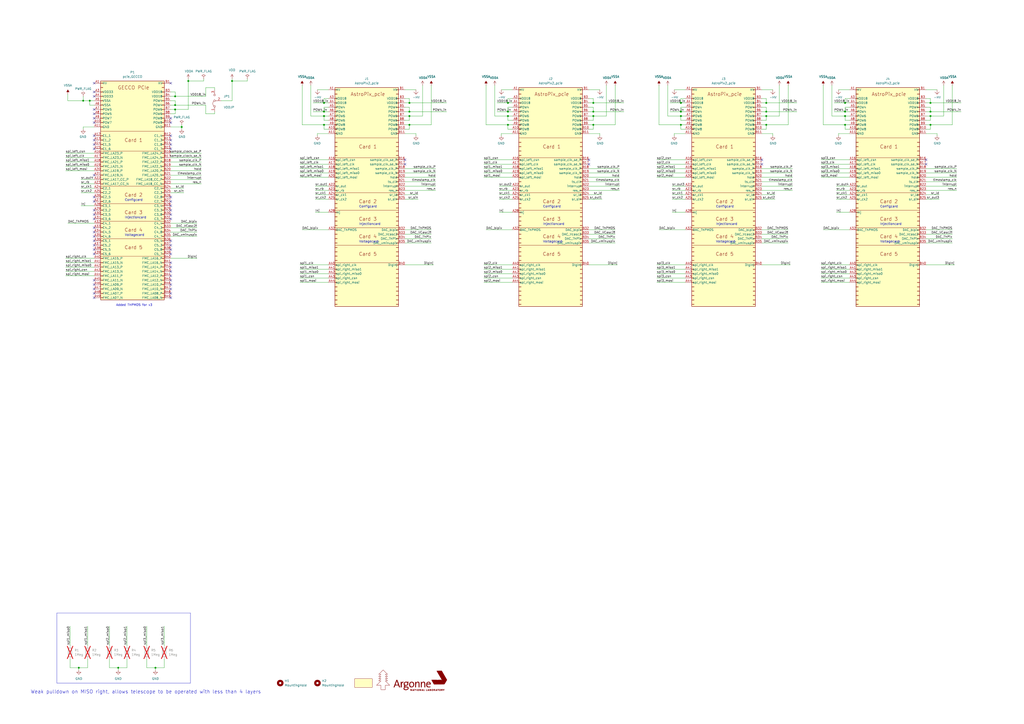
<source format=kicad_sch>
(kicad_sch (version 20230121) (generator eeschema)
  (paper "A2")
  (title_block (title "AstroPix Telescope") (date "2022-10-12") (rev "1.0") (company "Nicolas Striebig, KIT ADL"))
  (junction (at 444.5 67.31))
  (junction (at 45.72 387.35))
  (junction (at 539.75 64.77))
  (junction (at 490.22 59.69))
  (junction (at 134.62 46.99))
  (junction (at 101.6 55.88))
  (junction (at 48.26 58.42))
  (junction (at 237.49 67.31))
  (junction (at 394.97 72.39))
  (junction (at 394.97 59.69))
  (junction (at 294.64 72.39))
  (junction (at 444.5 59.69))
  (junction (at 68.58 387.35))
  (junction (at 490.22 64.77))
  (junction (at 344.17 59.69))
  (junction (at 101.6 60.96))
  (junction (at 187.96 67.31))
  (junction (at 294.64 59.69))
  (junction (at 90.17 387.35))
  (junction (at 444.5 64.77))
  (junction (at 187.96 64.77))
  (junction (at 344.17 67.31))
  (junction (at 344.17 64.77))
  (junction (at 539.75 67.31))
  (junction (at 237.49 72.39))
  (junction (at 294.64 67.31))
  (junction (at 237.49 59.69))
  (junction (at 187.96 72.39))
  (junction (at 394.97 64.77))
  (junction (at 539.75 72.39))
  (junction (at 294.64 64.77))
  (junction (at 490.22 67.31))
  (junction (at 394.97 67.31))
  (junction (at 344.17 72.39))
  (junction (at 187.96 59.69))
  (junction (at 444.5 72.39))
  (junction (at 105.41 73.66))
  (junction (at 52.07 58.42))
  (junction (at 237.49 64.77))
  (junction (at 490.22 72.39))
  (junction (at 101.6 63.5))
  (junction (at 539.75 59.69))
  (junction (at 109.22 46.99))
  (no_connect (at 54.61 83.82))
  (no_connect (at 54.61 170.18))
  (no_connect (at 537.21 95.25))
  (no_connect (at 99.06 157.48))
  (no_connect (at 441.96 92.71))
  (no_connect (at 99.06 160.02))
  (no_connect (at 99.06 154.94))
  (no_connect (at 99.06 114.3))
  (no_connect (at 99.06 165.1))
  (no_connect (at 99.06 152.4))
  (no_connect (at 99.06 71.12))
  (no_connect (at 99.06 119.38))
  (no_connect (at 99.06 116.84))
  (no_connect (at 99.06 81.28))
  (no_connect (at 99.06 170.18))
  (no_connect (at 54.61 121.92))
  (no_connect (at 54.61 139.7))
  (no_connect (at 54.61 134.62))
  (no_connect (at 99.06 86.36))
  (no_connect (at 54.61 101.6))
  (no_connect (at 54.61 78.74))
  (no_connect (at 99.06 121.92))
  (no_connect (at 99.06 68.58))
  (no_connect (at 99.06 162.56))
  (no_connect (at 54.61 114.3))
  (no_connect (at 54.61 162.56))
  (no_connect (at 54.61 116.84))
  (no_connect (at 54.61 53.34))
  (no_connect (at 99.06 172.72))
  (no_connect (at 54.61 172.72))
  (no_connect (at 99.06 78.74))
  (no_connect (at 54.61 167.64))
  (no_connect (at 234.95 95.25))
  (no_connect (at 234.95 92.71))
  (no_connect (at 54.61 63.5))
  (no_connect (at 99.06 127))
  (no_connect (at 54.61 86.36))
  (no_connect (at 54.61 48.26))
  (no_connect (at 54.61 71.12))
  (no_connect (at 341.63 92.71))
  (no_connect (at 441.96 95.25))
  (no_connect (at 99.06 124.46))
  (no_connect (at 54.61 132.08))
  (no_connect (at 54.61 66.04))
  (no_connect (at 99.06 83.82))
  (no_connect (at 54.61 127))
  (no_connect (at 54.61 137.16))
  (no_connect (at 54.61 147.32))
  (no_connect (at 537.21 92.71))
  (no_connect (at 54.61 142.24))
  (no_connect (at 341.63 95.25))
  (no_connect (at 54.61 68.58))
  (no_connect (at 99.06 142.24))
  (no_connect (at 54.61 55.88))
  (no_connect (at 99.06 48.26))
  (no_connect (at 54.61 144.78))
  (no_connect (at 99.06 139.7))
  (no_connect (at 99.06 144.78))
  (no_connect (at 54.61 81.28))
  (no_connect (at 54.61 165.1))
  (no_connect (at 54.61 124.46))
  (no_connect (at 99.06 147.32))
  (no_connect (at 99.06 167.64))
  (wire (pts (xy 539.75 72.39) (xy 537.21 72.39)))
  (wire (pts (xy 187.96 69.85) (xy 187.96 67.31)))
  (wire (pts (xy 116.84 99.06) (xy 99.06 99.06)))
  (wire (pts (xy 539.75 67.31) (xy 547.37 67.31)))
  (wire (pts (xy 99.06 106.68) (xy 116.84 106.68)))
  (wire (pts (xy 297.18 107.95) (xy 289.56 107.95)))
  (wire (pts (xy 99.06 58.42) (xy 101.6 58.42)))
  (wire (pts (xy 54.61 106.68) (xy 46.99 106.68)))
  (wire (pts (xy 234.95 59.69) (xy 237.49 59.69)))
  (wire (pts (xy 486.41 52.07) (xy 492.76 52.07)))
  (wire (pts (xy 234.95 57.15) (xy 237.49 57.15)))
  (wire (pts (xy 459.74 102.87) (xy 441.96 102.87)))
  (wire (pts (xy 486.41 77.47) (xy 492.76 77.47)))
  (wire (pts (xy 381 161.29) (xy 397.51 161.29)))
  (wire (pts (xy 394.97 64.77) (xy 388.62 64.77)))
  (wire (pts (xy 492.76 110.49) (xy 485.14 110.49)))
  (wire (pts (xy 539.75 62.23) (xy 539.75 64.77)))
  (wire (pts (xy 356.87 49.53) (xy 356.87 72.39)))
  (wire (pts (xy 476.25 97.79) (xy 492.76 97.79)))
  (wire (pts (xy 539.75 59.69) (xy 557.53 59.69)))
  (wire (pts (xy 477.52 49.53) (xy 477.52 72.39)))
  (wire (pts (xy 184.15 78.74) (xy 184.15 77.47)))
  (wire (pts (xy 52.07 60.96) (xy 52.07 58.42)))
  (wire (pts (xy 190.5 113.03) (xy 182.88 113.03)))
  (wire (pts (xy 441.96 115.57) (xy 449.58 115.57)))
  (wire (pts (xy 50.8 387.35) (xy 50.8 382.27)))
  (wire (pts (xy 38.1 152.4) (xy 54.61 152.4)))
  (wire (pts (xy 441.96 77.47) (xy 448.31 77.47)))
  (wire (pts (xy 490.22 74.93) (xy 492.76 74.93)))
  (wire (pts (xy 250.19 133.35) (xy 234.95 133.35)))
  (wire (pts (xy 250.19 140.97) (xy 234.95 140.97)))
  (wire (pts (xy 537.21 115.57) (xy 544.83 115.57)))
  (wire (pts (xy 356.87 138.43) (xy 341.63 138.43)))
  (wire (pts (xy 39.37 58.42) (xy 39.37 54.61)))
  (wire (pts (xy 48.26 55.88) (xy 48.26 58.42)))
  (wire (pts (xy 297.18 62.23) (xy 294.64 62.23)))
  (wire (pts (xy 397.51 107.95) (xy 389.89 107.95)))
  (wire (pts (xy 444.5 59.69) (xy 462.28 59.69)))
  (wire (pts (xy 99.06 73.66) (xy 105.41 73.66)))
  (wire (pts (xy 444.5 72.39) (xy 441.96 72.39)))
  (wire (pts (xy 444.5 74.93) (xy 441.96 74.93)))
  (wire (pts (xy 492.76 67.31) (xy 490.22 67.31)))
  (wire (pts (xy 490.22 72.39) (xy 490.22 74.93)))
  (wire (pts (xy 441.96 110.49) (xy 459.74 110.49)))
  (wire (pts (xy 359.41 105.41) (xy 341.63 105.41)))
  (wire (pts (xy 537.21 62.23) (xy 539.75 62.23)))
  (wire (pts (xy 114.3 129.54) (xy 99.06 129.54)))
  (wire (pts (xy 99.06 149.86) (xy 114.3 149.86)))
  (wire (pts (xy 537.21 77.47) (xy 543.56 77.47)))
  (wire (pts (xy 118.11 46.99) (xy 118.11 45.72)))
  (wire (pts (xy 50.8 363.22) (xy 50.8 374.65)))
  (wire (pts (xy 448.31 78.74) (xy 448.31 77.47)))
  (wire (pts (xy 234.95 97.79) (xy 252.73 97.79)))
  (wire (pts (xy 109.22 46.99) (xy 109.22 63.5)))
  (wire (pts (xy 552.45 72.39) (xy 539.75 72.39)))
  (wire (pts (xy 38.1 93.98) (xy 54.61 93.98)))
  (wire (pts (xy 54.61 119.38) (xy 46.99 119.38)))
  (wire (pts (xy 537.21 57.15) (xy 539.75 57.15)))
  (wire (pts (xy 281.94 72.39) (xy 294.64 72.39)))
  (wire (pts (xy 356.87 72.39) (xy 344.17 72.39)))
  (wire (pts (xy 476.25 102.87) (xy 492.76 102.87)))
  (wire (pts (xy 40.64 387.35) (xy 45.72 387.35)))
  (polyline (pts (xy 33.02 355.6) (xy 110.49 355.6)))
  (wire (pts (xy 552.45 49.53) (xy 552.45 72.39)))
  (wire (pts (xy 341.63 113.03) (xy 349.25 113.03)))
  (wire (pts (xy 537.21 67.31) (xy 539.75 67.31)))
  (wire (pts (xy 382.27 133.35) (xy 397.51 133.35)))
  (wire (pts (xy 381 92.71) (xy 397.51 92.71)))
  (wire (pts (xy 99.06 55.88) (xy 101.6 55.88)))
  (wire (pts (xy 128.27 58.42) (xy 134.62 58.42)))
  (wire (pts (xy 441.96 113.03) (xy 449.58 113.03)))
  (wire (pts (xy 294.64 64.77) (xy 288.29 64.77)))
  (wire (pts (xy 54.61 60.96) (xy 52.07 60.96)))
  (wire (pts (xy 486.41 78.74) (xy 486.41 77.47)))
  (wire (pts (xy 68.58 387.35) (xy 68.58 388.62)))
  (wire (pts (xy 381 156.21) (xy 397.51 156.21)))
  (wire (pts (xy 175.26 133.35) (xy 190.5 133.35)))
  (wire (pts (xy 234.95 69.85) (xy 237.49 69.85)))
  (wire (pts (xy 397.51 59.69) (xy 394.97 59.69)))
  (wire (pts (xy 294.64 57.15) (xy 294.64 59.69)))
  (wire (pts (xy 190.5 62.23) (xy 187.96 62.23)))
  (wire (pts (xy 54.61 104.14) (xy 46.99 104.14)))
  (wire (pts (xy 552.45 135.89) (xy 537.21 135.89)))
  (wire (pts (xy 290.83 78.74) (xy 290.83 77.47)))
  (wire (pts (xy 537.21 113.03) (xy 544.83 113.03)))
  (wire (pts (xy 187.96 64.77) (xy 181.61 64.77)))
  (wire (pts (xy 294.64 69.85) (xy 294.64 67.31)))
  (wire (pts (xy 280.67 95.25) (xy 297.18 95.25)))
  (wire (pts (xy 252.73 100.33) (xy 234.95 100.33)))
  (wire (pts (xy 294.64 72.39) (xy 297.18 72.39)))
  (wire (pts (xy 190.5 57.15) (xy 187.96 57.15)))
  (wire (pts (xy 297.18 113.03) (xy 289.56 113.03)))
  (wire (pts (xy 54.61 111.76) (xy 46.99 111.76)))
  (wire (pts (xy 537.21 110.49) (xy 554.99 110.49)))
  (wire (pts (xy 68.58 387.35) (xy 73.66 387.35)))
  (wire (pts (xy 40.64 387.35) (xy 40.64 382.27)))
  (wire (pts (xy 237.49 72.39) (xy 237.49 74.93)))
  (wire (pts (xy 63.5 387.35) (xy 63.5 382.27)))
  (wire (pts (xy 99.06 109.22) (xy 106.68 109.22)))
  (wire (pts (xy 476.25 161.29) (xy 492.76 161.29)))
  (wire (pts (xy 492.76 57.15) (xy 490.22 57.15)))
  (wire (pts (xy 297.18 67.31) (xy 294.64 67.31)))
  (wire (pts (xy 173.99 100.33) (xy 190.5 100.33)))
  (wire (pts (xy 190.5 123.19) (xy 182.88 123.19)))
  (wire (pts (xy 173.99 102.87) (xy 190.5 102.87)))
  (wire (pts (xy 101.6 55.88) (xy 119.38 55.88)))
  (wire (pts (xy 490.22 69.85) (xy 490.22 67.31)))
  (wire (pts (xy 54.61 58.42) (xy 52.07 58.42)))
  (wire (pts (xy 539.75 64.77) (xy 537.21 64.77)))
  (wire (pts (xy 381 158.75) (xy 397.51 158.75)))
  (wire (pts (xy 280.67 156.21) (xy 297.18 156.21)))
  (wire (pts (xy 280.67 158.75) (xy 297.18 158.75)))
  (wire (pts (xy 543.56 78.74) (xy 543.56 77.47)))
  (wire (pts (xy 38.1 157.48) (xy 54.61 157.48)))
  (wire (pts (xy 391.16 77.47) (xy 397.51 77.47)))
  (wire (pts (xy 476.25 158.75) (xy 492.76 158.75)))
  (wire (pts (xy 397.51 110.49) (xy 389.89 110.49)))
  (wire (pts (xy 45.72 387.35) (xy 50.8 387.35)))
  (wire (pts (xy 537.21 97.79) (xy 554.99 97.79)))
  (wire (pts (xy 234.95 62.23) (xy 237.49 62.23)))
  (wire (pts (xy 116.84 101.6) (xy 99.06 101.6)))
  (wire (pts (xy 234.95 110.49) (xy 252.73 110.49)))
  (wire (pts (xy 537.21 69.85) (xy 539.75 69.85)))
  (wire (pts (xy 394.97 59.69) (xy 388.62 59.69)))
  (wire (pts (xy 187.96 59.69) (xy 181.61 59.69)))
  (wire (pts (xy 387.35 49.53) (xy 387.35 67.31)))
  (wire (pts (xy 490.22 72.39) (xy 492.76 72.39)))
  (wire (pts (xy 54.61 109.22) (xy 46.99 109.22)))
  (wire (pts (xy 441.96 62.23) (xy 444.5 62.23)))
  (wire (pts (xy 287.02 49.53) (xy 287.02 67.31)))
  (wire (pts (xy 297.18 115.57) (xy 289.56 115.57)))
  (wire (pts (xy 394.97 72.39) (xy 397.51 72.39)))
  (wire (pts (xy 341.63 52.07) (xy 347.98 52.07)))
  (wire (pts (xy 382.27 49.53) (xy 382.27 72.39)))
  (wire (pts (xy 359.41 100.33) (xy 341.63 100.33)))
  (wire (pts (xy 40.64 363.22) (xy 40.64 374.65)))
  (wire (pts (xy 250.19 138.43) (xy 234.95 138.43)))
  (wire (pts (xy 344.17 67.31) (xy 351.79 67.31)))
  (wire (pts (xy 459.74 100.33) (xy 441.96 100.33)))
  (wire (pts (xy 38.1 96.52) (xy 54.61 96.52)))
  (wire (pts (xy 356.87 140.97) (xy 341.63 140.97)))
  (wire (pts (xy 237.49 64.77) (xy 259.08 64.77)))
  (wire (pts (xy 187.96 72.39) (xy 187.96 74.93)))
  (wire (pts (xy 124.46 52.07) (xy 124.46 50.8)))
  (wire (pts (xy 105.41 74.93) (xy 105.41 73.66)))
  (wire (pts (xy 187.96 64.77) (xy 190.5 64.77)))
  (wire (pts (xy 344.17 74.93) (xy 341.63 74.93)))
  (wire (pts (xy 341.63 115.57) (xy 349.25 115.57)))
  (wire (pts (xy 394.97 69.85) (xy 394.97 67.31)))
  (wire (pts (xy 297.18 69.85) (xy 294.64 69.85)))
  (wire (pts (xy 184.15 52.07) (xy 190.5 52.07)))
  (wire (pts (xy 280.67 100.33) (xy 297.18 100.33)))
  (wire (pts (xy 280.67 153.67) (xy 297.18 153.67)))
  (wire (pts (xy 344.17 64.77) (xy 361.95 64.77)))
  (wire (pts (xy 356.87 133.35) (xy 341.63 133.35)))
  (wire (pts (xy 114.3 134.62) (xy 99.06 134.62)))
  (wire (pts (xy 39.37 129.54) (xy 54.61 129.54)))
  (wire (pts (xy 547.37 49.53) (xy 547.37 67.31)))
  (wire (pts (xy 250.19 135.89) (xy 234.95 135.89)))
  (wire (pts (xy 554.99 102.87) (xy 537.21 102.87)))
  (wire (pts (xy 341.63 69.85) (xy 344.17 69.85)))
  (wire (pts (xy 237.49 74.93) (xy 234.95 74.93)))
  (wire (pts (xy 341.63 97.79) (xy 359.41 97.79)))
  (wire (pts (xy 444.5 62.23) (xy 444.5 64.77)))
  (wire (pts (xy 114.3 137.16) (xy 99.06 137.16)))
  (wire (pts (xy 85.09 387.35) (xy 90.17 387.35)))
  (wire (pts (xy 441.96 57.15) (xy 444.5 57.15)))
  (wire (pts (xy 234.95 115.57) (xy 242.57 115.57)))
  (wire (pts (xy 252.73 105.41) (xy 234.95 105.41)))
  (wire (pts (xy 237.49 59.69) (xy 259.08 59.69)))
  (wire (pts (xy 143.51 46.99) (xy 143.51 45.72)))
  (wire (pts (xy 241.3 78.74) (xy 241.3 77.47)))
  (wire (pts (xy 344.17 62.23) (xy 344.17 64.77)))
  (wire (pts (xy 85.09 387.35) (xy 85.09 382.27)))
  (wire (pts (xy 476.25 100.33) (xy 492.76 100.33)))
  (wire (pts (xy 124.46 66.04) (xy 119.38 66.04)))
  (wire (pts (xy 237.49 62.23) (xy 237.49 64.77)))
  (wire (pts (xy 294.64 59.69) (xy 288.29 59.69)))
  (wire (pts (xy 99.06 91.44) (xy 116.84 91.44)))
  (wire (pts (xy 490.22 62.23) (xy 490.22 64.77)))
  (wire (pts (xy 394.97 57.15) (xy 394.97 59.69)))
  (wire (pts (xy 48.26 73.66) (xy 54.61 73.66)))
  (wire (pts (xy 101.6 63.5) (xy 109.22 63.5)))
  (wire (pts (xy 492.76 59.69) (xy 490.22 59.69)))
  (wire (pts (xy 537.21 59.69) (xy 539.75 59.69)))
  (wire (pts (xy 237.49 72.39) (xy 234.95 72.39)))
  (wire (pts (xy 252.73 102.87) (xy 234.95 102.87)))
  (wire (pts (xy 381 100.33) (xy 397.51 100.33)))
  (wire (pts (xy 477.52 72.39) (xy 490.22 72.39)))
  (wire (pts (xy 38.1 88.9) (xy 54.61 88.9)))
  (wire (pts (xy 554.99 100.33) (xy 537.21 100.33)))
  (wire (pts (xy 245.11 49.53) (xy 245.11 67.31)))
  (wire (pts (xy 234.95 67.31) (xy 237.49 67.31)))
  (wire (pts (xy 251.46 153.67) (xy 234.95 153.67)))
  (wire (pts (xy 457.2 140.97) (xy 441.96 140.97)))
  (wire (pts (xy 175.26 49.53) (xy 175.26 72.39)))
  (wire (pts (xy 119.38 50.8) (xy 119.38 55.88)))
  (wire (pts (xy 344.17 59.69) (xy 361.95 59.69)))
  (wire (pts (xy 38.1 91.44) (xy 54.61 91.44)))
  (wire (pts (xy 341.63 59.69) (xy 344.17 59.69)))
  (wire (pts (xy 73.66 363.22) (xy 73.66 374.65)))
  (wire (pts (xy 344.17 72.39) (xy 341.63 72.39)))
  (wire (pts (xy 344.17 69.85) (xy 344.17 67.31)))
  (wire (pts (xy 356.87 135.89) (xy 341.63 135.89)))
  (wire (pts (xy 187.96 74.93) (xy 190.5 74.93)))
  (wire (pts (xy 444.5 67.31) (xy 452.12 67.31)))
  (wire (pts (xy 344.17 57.15) (xy 344.17 59.69)))
  (wire (pts (xy 90.17 387.35) (xy 95.25 387.35)))
  (wire (pts (xy 539.75 64.77) (xy 557.53 64.77)))
  (wire (pts (xy 234.95 52.07) (xy 241.3 52.07)))
  (wire (pts (xy 554.99 105.41) (xy 537.21 105.41)))
  (wire (pts (xy 109.22 46.99) (xy 118.11 46.99)))
  (polyline (pts (xy 33.02 396.24) (xy 110.49 396.24)))
  (wire (pts (xy 95.25 387.35) (xy 95.25 382.27)))
  (wire (pts (xy 490.22 59.69) (xy 483.87 59.69)))
  (wire (pts (xy 184.15 77.47) (xy 190.5 77.47)))
  (wire (pts (xy 444.5 69.85) (xy 444.5 67.31)))
  (wire (pts (xy 458.47 153.67) (xy 441.96 153.67)))
  (wire (pts (xy 99.06 66.04) (xy 101.6 66.04)))
  (wire (pts (xy 397.51 67.31) (xy 394.97 67.31)))
  (wire (pts (xy 173.99 161.29) (xy 190.5 161.29)))
  (wire (pts (xy 476.25 163.83) (xy 492.76 163.83)))
  (wire (pts (xy 492.76 113.03) (xy 485.14 113.03)))
  (wire (pts (xy 553.72 153.67) (xy 537.21 153.67)))
  (wire (pts (xy 490.22 64.77) (xy 492.76 64.77)))
  (wire (pts (xy 173.99 153.67) (xy 190.5 153.67)))
  (wire (pts (xy 114.3 132.08) (xy 99.06 132.08)))
  (wire (pts (xy 391.16 52.07) (xy 397.51 52.07)))
  (wire (pts (xy 48.26 58.42) (xy 39.37 58.42)))
  (wire (pts (xy 99.06 88.9) (xy 116.84 88.9)))
  (wire (pts (xy 63.5 363.22) (xy 63.5 374.65)))
  (wire (pts (xy 187.96 57.15) (xy 187.96 59.69)))
  (wire (pts (xy 237.49 57.15) (xy 237.49 59.69)))
  (wire (pts (xy 552.45 140.97) (xy 537.21 140.97)))
  (wire (pts (xy 45.72 387.35) (xy 45.72 388.62)))
  (wire (pts (xy 294.64 62.23) (xy 294.64 64.77)))
  (wire (pts (xy 341.63 110.49) (xy 359.41 110.49)))
  (wire (pts (xy 394.97 64.77) (xy 397.51 64.77)))
  (wire (pts (xy 476.25 156.21) (xy 492.76 156.21)))
  (wire (pts (xy 394.97 74.93) (xy 397.51 74.93)))
  (wire (pts (xy 441.96 107.95) (xy 459.74 107.95)))
  (wire (pts (xy 381 102.87) (xy 397.51 102.87)))
  (wire (pts (xy 444.5 57.15) (xy 444.5 59.69)))
  (wire (pts (xy 173.99 163.83) (xy 190.5 163.83)))
  (wire (pts (xy 280.67 102.87) (xy 297.18 102.87)))
  (wire (pts (xy 280.67 92.71) (xy 297.18 92.71)))
  (wire (pts (xy 482.6 49.53) (xy 482.6 67.31)))
  (wire (pts (xy 441.96 52.07) (xy 448.31 52.07)))
  (wire (pts (xy 101.6 53.34) (xy 101.6 55.88)))
  (wire (pts (xy 394.97 62.23) (xy 394.97 64.77)))
  (wire (pts (xy 359.41 102.87) (xy 341.63 102.87)))
  (wire (pts (xy 95.25 363.22) (xy 95.25 374.65)))
  (wire (pts (xy 134.62 45.72) (xy 134.62 46.99)))
  (wire (pts (xy 297.18 110.49) (xy 289.56 110.49)))
  (wire (pts (xy 490.22 64.77) (xy 483.87 64.77)))
  (wire (pts (xy 344.17 64.77) (xy 341.63 64.77)))
  (wire (pts (xy 124.46 50.8) (xy 119.38 50.8)))
  (wire (pts (xy 441.96 97.79) (xy 459.74 97.79)))
  (wire (pts (xy 99.06 53.34) (xy 101.6 53.34)))
  (polyline (pts (xy 110.49 396.24) (xy 110.49 355.6)))
  (wire (pts (xy 280.67 97.79) (xy 297.18 97.79)))
  (wire (pts (xy 187.96 67.31) (xy 180.34 67.31)))
  (wire (pts (xy 381 153.67) (xy 397.51 153.67)))
  (wire (pts (xy 294.64 67.31) (xy 287.02 67.31)))
  (wire (pts (xy 457.2 72.39) (xy 444.5 72.39)))
  (wire (pts (xy 101.6 60.96) (xy 99.06 60.96)))
  (wire (pts (xy 537.21 52.07) (xy 543.56 52.07)))
  (wire (pts (xy 539.75 74.93) (xy 537.21 74.93)))
  (wire (pts (xy 457.2 135.89) (xy 441.96 135.89)))
  (wire (pts (xy 38.1 99.06) (xy 54.61 99.06)))
  (wire (pts (xy 190.5 110.49) (xy 182.88 110.49)))
  (wire (pts (xy 63.5 387.35) (xy 68.58 387.35)))
  (wire (pts (xy 391.16 78.74) (xy 391.16 77.47)))
  (wire (pts (xy 457.2 138.43) (xy 441.96 138.43)))
  (wire (pts (xy 297.18 123.19) (xy 289.56 123.19)))
  (wire (pts (xy 539.75 57.15) (xy 539.75 59.69)))
  (wire (pts (xy 173.99 92.71) (xy 190.5 92.71)))
  (wire (pts (xy 452.12 49.53) (xy 452.12 67.31)))
  (wire (pts (xy 441.96 67.31) (xy 444.5 67.31)))
  (wire (pts (xy 397.51 113.03) (xy 389.89 113.03)))
  (wire (pts (xy 237.49 67.31) (xy 245.11 67.31)))
  (wire (pts (xy 134.62 58.42) (xy 134.62 46.99)))
  (wire (pts (xy 294.64 64.77) (xy 297.18 64.77)))
  (wire (pts (xy 234.95 113.03) (xy 242.57 113.03)))
  (wire (pts (xy 187.96 62.23) (xy 187.96 64.77)))
  (wire (pts (xy 190.5 115.57) (xy 182.88 115.57)))
  (wire (pts (xy 105.41 72.39) (xy 105.41 73.66)))
  (wire (pts (xy 90.17 387.35) (xy 90.17 388.62)))
  (wire (pts (xy 173.99 156.21) (xy 190.5 156.21)))
  (wire (pts (xy 175.26 72.39) (xy 187.96 72.39)))
  (wire (pts (xy 444.5 72.39) (xy 444.5 74.93)))
  (wire (pts (xy 492.76 123.19) (xy 485.14 123.19)))
  (wire (pts (xy 294.64 72.39) (xy 294.64 74.93)))
  (wire (pts (xy 101.6 60.96) (xy 119.38 60.96)))
  (wire (pts (xy 38.1 154.94) (xy 54.61 154.94)))
  (wire (pts (xy 441.96 59.69) (xy 444.5 59.69)))
  (wire (pts (xy 237.49 64.77) (xy 234.95 64.77)))
  (wire (pts (xy 444.5 64.77) (xy 462.28 64.77)))
  (wire (pts (xy 173.99 97.79) (xy 190.5 97.79)))
  (wire (pts (xy 134.62 46.99) (xy 143.51 46.99)))
  (wire (pts (xy 457.2 49.53) (xy 457.2 72.39)))
  (wire (pts (xy 476.25 95.25) (xy 492.76 95.25)))
  (wire (pts (xy 344.17 72.39) (xy 344.17 74.93)))
  (wire (pts (xy 347.98 78.74) (xy 347.98 77.47)))
  (wire (pts (xy 492.76 62.23) (xy 490.22 62.23)))
  (wire (pts (xy 539.75 69.85) (xy 539.75 67.31)))
  (polyline (pts (xy 33.02 355.6) (xy 33.02 396.24)))
  (wire (pts (xy 381 97.79) (xy 397.51 97.79)))
  (wire (pts (xy 173.99 158.75) (xy 190.5 158.75)))
  (wire (pts (xy 280.67 161.29) (xy 297.18 161.29)))
  (wire (pts (xy 73.66 387.35) (xy 73.66 382.27)))
  (wire (pts (xy 351.79 49.53) (xy 351.79 67.31)))
  (wire (pts (xy 394.97 67.31) (xy 387.35 67.31)))
  (wire (pts (xy 280.67 163.83) (xy 297.18 163.83)))
  (wire (pts (xy 281.94 133.35) (xy 297.18 133.35)))
  (wire (pts (xy 99.06 63.5) (xy 101.6 63.5)))
  (wire (pts (xy 539.75 72.39) (xy 539.75 74.93)))
  (wire (pts (xy 190.5 69.85) (xy 187.96 69.85)))
  (wire (pts (xy 492.76 107.95) (xy 485.14 107.95)))
  (wire (pts (xy 397.51 69.85) (xy 394.97 69.85)))
  (wire (pts (xy 476.25 153.67) (xy 492.76 153.67)))
  (wire (pts (xy 444.5 64.77) (xy 441.96 64.77)))
  (wire (pts (xy 237.49 69.85) (xy 237.49 67.31)))
  (wire (pts (xy 294.64 74.93) (xy 297.18 74.93)))
  (wire (pts (xy 99.06 111.76) (xy 106.68 111.76)))
  (wire (pts (xy 180.34 49.53) (xy 180.34 67.31)))
  (wire (pts (xy 382.27 72.39) (xy 394.97 72.39)))
  (wire (pts (xy 477.52 133.35) (xy 492.76 133.35)))
  (wire (pts (xy 397.51 57.15) (xy 394.97 57.15)))
  (wire (pts (xy 281.94 49.53) (xy 281.94 72.39)))
  (wire (pts (xy 187.96 72.39) (xy 190.5 72.39)))
  (wire (pts (xy 250.19 49.53) (xy 250.19 72.39)))
  (wire (pts (xy 397.51 115.57) (xy 389.89 115.57)))
  (wire (pts (xy 552.45 138.43) (xy 537.21 138.43)))
  (wire (pts (xy 99.06 93.98) (xy 116.84 93.98)))
  (wire (pts (xy 48.26 74.93) (xy 48.26 73.66)))
  (wire (pts (xy 490.22 67.31) (xy 482.6 67.31)))
  (wire (pts (xy 397.51 62.23) (xy 394.97 62.23)))
  (wire (pts (xy 38.1 149.86) (xy 54.61 149.86)))
  (wire (pts (xy 116.84 96.52) (xy 99.06 96.52)))
  (wire (pts (xy 109.22 45.72) (xy 109.22 46.99)))
  (wire (pts (xy 441.96 69.85) (xy 444.5 69.85)))
  (wire (pts (xy 490.22 57.15) (xy 490.22 59.69)))
  (wire (pts (xy 394.97 72.39) (xy 394.97 74.93)))
  (wire (pts (xy 397.51 123.19) (xy 389.89 123.19)))
  (wire (pts (xy 52.07 58.42) (xy 48.26 58.42)))
  (wire (pts (xy 341.63 107.95) (xy 359.41 107.95)))
  (wire (pts (xy 341.63 67.31) (xy 344.17 67.31)))
  (wire (pts (xy 290.83 77.47) (xy 297.18 77.47)))
  (wire (pts (xy 459.74 105.41) (xy 441.96 105.41)))
  (wire (pts (xy 537.21 107.95) (xy 554.99 107.95)))
  (wire (pts (xy 492.76 115.57) (xy 485.14 115.57)))
  (wire (pts (xy 381 163.83) (xy 397.51 163.83)))
  (wire (pts (xy 381 95.25) (xy 397.51 95.25)))
  (wire (pts (xy 341.63 77.47) (xy 347.98 77.47)))
  (wire (pts (xy 190.5 59.69) (xy 187.96 59.69)))
  (wire (pts (xy 234.95 107.95) (xy 252.73 107.95)))
  (wire (pts (xy 297.18 59.69) (xy 294.64 59.69)))
  (wire (pts (xy 290.83 52.07) (xy 297.18 52.07)))
  (wire (pts (xy 476.25 92.71) (xy 492.76 92.71)))
  (wire (pts (xy 552.45 133.35) (xy 537.21 133.35)))
  (wire (pts (xy 99.06 104.14) (xy 116.84 104.14)))
  (wire (pts (xy 457.2 133.35) (xy 441.96 133.35)))
  (wire (pts (xy 341.63 62.23) (xy 344.17 62.23)))
  (wire (pts (xy 358.14 153.67) (xy 341.63 153.67)))
  (wire (pts (xy 250.19 72.39) (xy 237.49 72.39)))
  (wire (pts (xy 297.18 57.15) (xy 294.64 57.15)))
  (wire (pts (xy 234.95 77.47) (xy 241.3 77.47)))
  (wire (pts (xy 190.5 107.95) (xy 182.88 107.95)))
  (wire (pts (xy 119.38 60.96) (xy 119.38 66.04)))
  (wire (pts (xy 124.46 64.77) (xy 124.46 66.04)))
  (wire (pts (xy 101.6 66.04) (xy 101.6 63.5)))
  (wire (pts (xy 85.09 363.22) (xy 85.09 374.65)))
  (wire (pts (xy 492.76 69.85) (xy 490.22 69.85)))
  (wire (pts (xy 38.1 160.02) (xy 54.61 160.02)))
  (wire (pts (xy 101.6 58.42) (xy 101.6 60.96)))
  (wire (pts (xy 190.5 67.31) (xy 187.96 67.31)))
  (wire (pts (xy 341.63 57.15) (xy 344.17 57.15)))
  (wire (pts (xy 173.99 95.25) (xy 190.5 95.25)))
  (text "Weak pulldown on MISO right, allows telescope to be operated with less than 4 layers" (at 17.78 402.59 0) (effects (font (size 2 2)) (justify left bottom)))
  (text "Configcard" (at 72.39 116.84 0) (effects (font (size 1.27 1.27)) (justify left bottom)))
  (text "Configcard" (at 510.54 120.65 0) (effects (font (size 1.27 1.27)) (justify left bottom)))
  (text "Voltagecard" (at 72.39 137.16 0) (effects (font (size 1.27 1.27)) (justify left bottom)))
  (text "Injectioncard" (at 415.29 130.81 0) (effects (font (size 1.27 1.27)) (justify left bottom)))
  (text "Added THPMOS for v3\n" (at 67.31 177.8 0) (effects (font (size 1.27 1.27)) (justify left bottom)))
  (text "Injectioncard" (at 72.39 127 0) (effects (font (size 1.27 1.27)) (justify left bottom)))
  (text "Voltagecard" (at 510.54 140.97 0) (effects (font (size 1.27 1.27)) (justify left bottom)))
  (text "Voltagecard" (at 208.28 140.97 0) (effects (font (size 1.27 1.27)) (justify left bottom)))
  (text "Injectioncard" (at 314.96 130.81 0) (effects (font (size 1.27 1.27)) (justify left bottom)))
  (text "Configcard" (at 314.96 120.65 0) (effects (font (size 1.27 1.27)) (justify left bottom)))
  (text "Configcard" (at 208.28 120.65 0) (effects (font (size 1.27 1.27)) (justify left bottom)))
  (text "Voltagecard" (at 314.96 140.97 0) (effects (font (size 1.27 1.27)) (justify left bottom)))
  (text "Voltagecard" (at 415.29 140.97 0) (effects (font (size 1.27 1.27)) (justify left bottom)))
  (text "Injectioncard" (at 510.54 130.81 0) (effects (font (size 1.27 1.27)) (justify left bottom)))
  (text "Injectioncard" (at 208.28 130.81 0) (effects (font (size 1.27 1.27)) (justify left bottom)))
  (text "Configcard" (at 415.29 120.65 0) (effects (font (size 1.27 1.27)) (justify left bottom)))
  (label "sr_rb" (at 389.89 110.49 0))
  (label "POW4_in" (at 259.08 64.77 180))
  (label "sample_clk_N" (at 554.99 100.33 180))
  (label "spi_right_clk" (at 476.25 153.67 0))
  (label "sr_ck1" (at 485.14 113.03 0))
  (label "sr_ck1" (at 289.56 113.03 0))
  (label "POW4_in" (at 119.38 60.96 180))
  (label "hold" (at 459.74 102.87 180))
  (label "res_n" (at 459.74 110.49 180))
  (label "VDD18_in" (at 119.38 55.88 180))
  (label "VDD18_in" (at 557.53 59.69 180))
  (label "sr_ck1" (at 182.88 113.03 0))
  (label "DAC_blpix" (at 114.3 129.54 180))
  (label "hold" (at 359.41 102.87 180))
  (label "sample_clk_N" (at 359.41 100.33 180))
  (label "spi3_miso1" (at 381 156.21 0))
  (label "spi2_mosi" (at 381 102.87 0))
  (label "spi1_miso0" (at 173.99 158.75 0))
  (label "spi1_mosi" (at 280.67 102.87 0))
  (label "spi2_miso0" (at 280.67 158.75 0))
  (label "DAC_vminuspix" (at 552.45 140.97 180))
  (label "sr_ld" (at 544.83 113.03 180))
  (label "sr_ck2" (at 289.56 115.57 0))
  (label "spi1_miso1" (at 50.8 363.22 270))
  (label "POW4_in" (at 288.29 64.77 0))
  (label "spi2_miso1" (at 280.67 156.21 0))
  (label "VDD18_in" (at 259.08 59.69 180))
  (label "VDD18_in" (at 181.61 59.69 0))
  (label "spi1_clk" (at 280.67 95.25 0))
  (label "sr_out4" (at 46.99 104.14 0))
  (label "DAC_ThPMOS" (at 457.2 133.35 180))
  (label "DAC_ThPMOS" (at 39.37 129.54 0))
  (label "spi_left_clk" (at 173.99 95.25 0))
  (label "POW4_in" (at 483.87 64.77 0))
  (label "sr_out4" (at 485.14 107.95 0))
  (label "interrupt" (at 554.99 107.95 180))
  (label "sr_out2" (at 289.56 107.95 0))
  (label "VDD18_in" (at 361.95 59.69 180))
  (label "POW4_in" (at 361.95 64.77 180))
  (label "sr_out2" (at 449.58 115.57 180))
  (label "DAC_VCasc2!" (at 552.45 135.89 180))
  (label "spi1_miso1" (at 173.99 156.21 0))
  (label "sr_ld" (at 106.68 109.22 180))
  (label "spi2_mosi" (at 280.67 163.83 0))
  (label "spi3_clk" (at 381 153.67 0))
  (label "spi_right_miso0" (at 476.25 158.75 0))
  (label "spi1_csn" (at 173.99 161.29 0))
  (label "DAC_VCasc2!" (at 457.2 135.89 180))
  (label "hold" (at 554.99 102.87 180))
  (label "DigInj" (at 358.14 153.67 180))
  (label "spi3_miso0" (at 85.09 363.22 270))
  (label "timestamp_clk" (at 359.41 105.41 180))
  (label "sample_clk_N" (at 116.84 96.52 180))
  (label "DAC_ThPMOS" (at 250.19 133.35 180))
  (label "sr_rb" (at 485.14 110.49 0))
  (label "DAC_ThPix" (at 356.87 138.43 180))
  (label "POW4_in" (at 181.61 64.77 0))
  (label "spi1_miso1" (at 280.67 97.79 0))
  (label "timestamp_clk" (at 252.73 105.41 180))
  (label "sr_rb" (at 46.99 106.68 0))
  (label "sample_clk_P" (at 252.73 97.79 180))
  (label "spi_left_csn" (at 173.99 92.71 0))
  (label "interrupt" (at 252.73 107.95 180))
  (label "DAC_vminuspix" (at 250.19 140.97 180))
  (label "DAC_ThPix" (at 457.2 138.43 180))
  (label "spi_left_mosi" (at 173.99 102.87 0))
  (label "spi1_clk" (at 173.99 153.67 0))
  (label "spi_right_mosi" (at 38.1 160.02 0))
  (label "DAC_ThPix" (at 114.3 134.62 180))
  (label "spi3_csn" (at 381 161.29 0))
  (label "spi2_miso1" (at 381 97.79 0))
  (label "spi_left_miso0" (at 38.1 96.52 0))
  (label "VDD18_in" (at 288.29 59.69 0))
  (label "spi2_miso0" (at 381 100.33 0))
  (label "spi3_miso0" (at 381 158.75 0))
  (label "interrupt" (at 459.74 107.95 180))
  (label "res_n" (at 554.99 110.49 180))
  (label "timestamp_clk" (at 554.99 105.41 180))
  (label "sr_ck2" (at 46.99 111.76 0))
  (label "DigInj" (at 458.47 153.67 180))
  (label "spi_right_miso1" (at 476.25 156.21 0))
  (label "sr_out1" (at 182.88 107.95 0))
  (label "sr_ck1" (at 389.89 113.03 0))
  (label "sample_clock_se_P" (at 116.84 88.9 180))
  (label "spi_right_clk" (at 38.1 149.86 0))
  (label "sr_ld" (at 449.58 113.03 180))
  (label "Inj" (at 46.99 119.38 0))
  (label "sr_ld" (at 242.57 113.03 180))
  (label "sample_clk_P" (at 116.84 93.98 180))
  (label "spi1_csn" (at 280.67 92.71 0))
  (label "res_n" (at 252.73 110.49 180))
  (label "VDD18_in" (at 483.87 59.69 0))
  (label "sr_rb" (at 289.56 110.49 0))
  (label "spi2_clk" (at 381 95.25 0))
  (label "spi3_miso0" (at 476.25 100.33 0))
  (label "spi1_mosi" (at 173.99 163.83 0))
  (label "spi2_clk" (at 280.67 153.67 0))
  (label "hold" (at 252.73 102.87 180))
  (label "sr_ck2" (at 389.89 115.57 0))
  (label "sr_ck2" (at 485.14 115.57 0))
  (label "DigInj" (at 114.3 149.86 180))
  (label "DAC_vminuspix" (at 356.87 140.97 180))
  (label "spi_right_csn" (at 476.25 161.29 0))
  (label "DAC_VCasc2!" (at 250.19 135.89 180))
  (label "sr_out3" (at 544.83 115.57 180))
  (label "Inj" (at 182.88 123.19 0))
  (label "spi_left_mosi" (at 38.1 99.06 0))
  (label "sr_out3" (at 389.89 107.95 0))
  (label "sr_ck1" (at 46.99 109.22 0))
  (label "spi3_clk" (at 476.25 95.25 0))
  (label "DigInj" (at 251.46 153.67 180))
  (label "sr_rb" (at 182.88 110.49 0))
  (label "DigInj" (at 553.72 153.67 180))
  (label "Inj" (at 485.14 123.19 0))
  (label "DAC_ThPMOS" (at 552.45 133.35 180))
  (label "timestamp_clk" (at 459.74 105.41 180))
  (label "timestamp_clk" (at 116.84 101.6 180))
  (label "hold" (at 116.84 99.06 180))
  (label "sample_clk_P" (at 459.74 97.79 180))
  (label "spi1_miso0" (at 40.64 363.22 270))
  (label "DAC_vminuspix" (at 457.2 140.97 180))
  (label "spi_left_csn" (at 38.1 88.9 0))
  (label "DAC_blpix" (at 382.27 133.35 0))
  (label "sample_clock_se_N" (at 116.84 91.44 180))
  (label "DAC_VCasc2!" (at 356.87 135.89 180))
  (label "spi2_csn" (at 381 92.71 0))
  (label "Inj" (at 389.89 123.19 0))
  (label "spi2_csn" (at 280.67 161.29 0))
  (label "sample_clk_P" (at 554.99 97.79 180))
  (label "DAC_blpix" (at 477.52 133.35 0))
  (label "DAC_ThPMOS" (at 356.87 133.35 180))
  (label "res_n" (at 116.84 106.68 180))
  (label "spi_right_mosi" (at 476.25 163.83 0))
  (label "spi_left_miso1" (at 38.1 93.98 0))
  (label "sr_ld" (at 349.25 113.03 180))
  (label "POW4_in" (at 557.53 64.77 180))
  (label "sr_sin" (at 106.68 111.76 180))
  (label "spi2_miso1" (at 73.66 363.22 270))
  (label "spi_right_csn" (at 38.1 157.48 0))
  (label "sr_out1" (at 349.25 115.57 180))
  (label "DAC_ThPix" (at 250.19 138.43 180))
  (label "DAC_blpix" (at 281.94 133.35 0))
  (label "sample_clk_P" (at 359.41 97.79 180))
  (label "interrupt" (at 116.84 104.14 180))
  (label "spi2_miso0" (at 63.5 363.22 270))
  (label "sr_ck2" (at 182.88 115.57 0))
  (label "DAC_vminuspix" (at 114.3 137.16 180))
  (label "sample_clk_N" (at 459.74 100.33 180))
  (label "spi_left_clk" (at 38.1 91.44 0))
  (label "DAC_ThPix" (at 552.45 138.43 180))
  (label "POW4_in" (at 388.62 64.77 0))
  (label "spi3_miso1" (at 476.25 97.79 0))
  (label "VDD18_in" (at 388.62 59.69 0))
  (label "sample_clk_N" (at 252.73 100.33 180))
  (label "sr_sin" (at 242.57 115.57 180))
  (label "Inj" (at 289.56 123.19 0))
  (label "interrupt" (at 359.41 107.95 180))
  (label "spi3_mosi" (at 381 163.83 0))
  (label "spi1_miso0" (at 280.67 100.33 0))
  (label "VDD18_in" (at 462.28 59.69 180))
  (label "spi3_mosi" (at 476.25 102.87 0))
  (label "spi_left_miso1" (at 173.99 97.79 0))
  (label "spi_right_miso1" (at 38.1 152.4 0))
  (label "res_n" (at 359.41 110.49 180))
  (label "spi3_miso1" (at 95.25 363.22 270))
  (label "DAC_blpix" (at 175.26 133.35 0))
  (label "spi3_csn" (at 476.25 92.71 0))
  (label "POW4_in" (at 462.28 64.77 180))
  (label "spi_right_miso0" (at 38.1 154.94 0))
  (label "spi_left_miso0" (at 173.99 100.33 0))
  (label "DAC_VCasc2!" (at 114.3 132.08 180))
  (symbol (lib_id "power:VDDA") (at 351.79 49.53 0) (unit 1)
    (property "Reference" "#PWR0125" (effects hide))
    (property "Value" "VDDA" (at 352.171 45.1358 0))
  )
  (symbol (lib_id "power:GND") (at 184.15 78.74 0) (mirror y) (unit 1)
    (property "Reference" "#PWR0107" (effects hide))
    (property "Value" "GND" (at 184.023 83.1342 0))
  )
  (symbol (lib_id "power:PWR_FLAG") (at 48.26 55.88 0) (unit 1)
    (property "Reference" "#U01" (effects hide))
    (property "Value" "PWR_FLAG" (at 48.26 51.4858 0))
  )
  (symbol (lib_id "AstropixTriggerLib:ANL_LOGO") (at 243.84 394.97 0) (unit 1) (in_bom no)
    (property "Reference" "Logo3" (effects hide))
    (property "Value" "ANL_LOGO" (effects hide))
    (property "Footprint" "astropix:ANL_Logo" (effects hide))
    (property "Sim.Enable" "0" (effects hide))
  )
  (symbol (lib_id "power:PWR_FLAG") (at 118.11 45.72 0) (unit 1)
    (property "Reference" "#U0103" (effects hide))
    (property "Value" "PWR_FLAG" (at 118.11 41.3258 0))
  )
  (symbol (lib_id "power:GND") (at 241.3 78.74 0) (unit 1)
    (property "Reference" "#PWR0108" (effects hide))
    (property "Value" "GND" (at 241.427 83.1342 0))
  )
  (symbol (lib_id "astropix:AstroPix2_pcie") (at 515.62 120.65 0) (unit 1)
    (property "Reference" "J4" (at 514.985 45.72 0))
    (property "Value" "AstroPix2_pcie" (at 514.985 48.26 0))
    (property "Footprint" "astropix:SAMTEC_PCIE-098-02-X-D-TH" (effects hide))
  )
  (symbol (lib_id "power:VDDA") (at 180.34 49.53 0) (mirror y) (unit 1)
    (property "Reference" "#PWR0127" (effects hide))
    (property "Value" "VDDA" (at 179.959 45.1358 0))
  )
  (symbol (lib_id "Device:R") (at 95.25 378.46 0) (unit 1) (dnp yes)
    (property "Reference" "R6" (at 97.79 377.1899 0) (effects (justify left)))
    (property "Value" "1Meg" (at 97.79 379.7299 0) (effects (justify left)))
    (property "Footprint" "Resistor_SMD:R_0603_1608Metric" (effects hide))
  )
  (symbol (lib_id "astropix:AstroPix2_pcie") (at 320.04 120.65 0) (unit 1)
    (property "Reference" "J2" (at 319.405 45.72 0))
    (property "Value" "AstroPix2_pcie" (at 319.405 48.26 0))
    (property "Footprint" "astropix:SAMTEC_PCIE-098-02-X-D-TH" (effects hide))
  )
  (symbol (lib_id "Device:R") (at 63.5 378.46 0) (unit 1) (dnp yes)
    (property "Reference" "R3" (at 66.04 377.1899 0) (effects (justify left)))
    (property "Value" "1Meg" (at 66.04 379.7299 0) (effects (justify left)))
    (property "Footprint" "Resistor_SMD:R_0603_1608Metric" (effects hide))
  )
  (symbol (lib_id "astropix:-HV") (at 241.3 52.07 0) (unit 1)
    (property "Reference" "#PWR0109" (effects hide))
    (property "Value" "-HV" (at 241.427 56.4642 0))
  )
  (symbol (lib_id "power:VDDA") (at 245.11 49.53 0) (unit 1)
    (property "Reference" "#PWR0110" (effects hide))
    (property "Value" "VDDA" (at 245.491 45.1358 0))
  )
  (symbol (lib_id "power:GND") (at 90.17 388.62 0) (unit 1)
    (property "Reference" "#PWR0131" (effects hide))
    (property "Value" "GND" (at 90.17 393.7 0))
  )
  (symbol (lib_id "astropix:-HV") (at 184.15 52.07 0) (unit 1)
    (property "Reference" "#PWR0106" (effects hide))
    (property "Value" "-HV" (at 184.277 56.4642 0))
  )
  (symbol (lib_id "power:VDDA") (at 387.35 49.53 0) (mirror y) (unit 1)
    (property "Reference" "#PWR0128" (effects hide))
    (property "Value" "VDDA" (at 386.969 45.1358 0))
  )
  (symbol (lib_id "Device:R") (at 50.8 378.46 0) (unit 1) (dnp yes)
    (property "Reference" "R2" (at 53.34 377.1899 0) (effects (justify left)))
    (property "Value" "1Meg" (at 53.34 379.7299 0) (effects (justify left)))
    (property "Footprint" "Resistor_SMD:R_0603_1608Metric" (effects hide))
  )
  (symbol (lib_id "Device:R") (at 40.64 378.46 0) (unit 1) (dnp yes)
    (property "Reference" "R1" (at 43.18 377.1899 0) (effects (justify left)))
    (property "Value" "1Meg" (at 43.18 379.7299 0) (effects (justify left)))
    (property "Footprint" "Resistor_SMD:R_0603_1608Metric" (effects hide))
  )
  (symbol (lib_id "Jumper:Jumper_3_Bridged12") (at 124.46 58.42 90) (unit 1)
    (property "Reference" "JP1" (at 133.35 55.88 90) (effects (justify left)))
    (property "Value" "VDDJP" (at 135.89 62.23 90) (effects (justify left)))
    (property "Footprint" "Connector_PinHeader_2.54mm:PinHeader_1x03_P2.54mm_Vertical" (effects hide))
  )
  (symbol (lib_id "astropix:AstroPix2_pcie") (at 213.36 120.65 0) (unit 1)
    (property "Reference" "J1" (at 212.725 45.72 0))
    (property "Value" "AstroPix2_pcie" (at 212.725 48.26 0))
    (property "Footprint" "astropix:SAMTEC_PCIE-098-02-X-D-TH" (effects hide))
  )
  (symbol (lib_id "power:VSSA") (at 250.19 49.53 0) (mirror y) (unit 1)
    (property "Reference" "#PWR0134" (effects hide))
    (property "Value" "VSSA" (at 250.19 44.45 0))
  )
  (symbol (lib_id "power:VSSA") (at 477.52 49.53 0) (unit 1)
    (property "Reference" "#PWR0141" (effects hide))
    (property "Value" "VSSA" (at 477.52 44.45 0))
  )
  (symbol (lib_id "power:PWR_FLAG") (at 143.51 45.72 0) (unit 1)
    (property "Reference" "#U0104" (effects hide))
    (property "Value" "PWR_FLAG" (at 143.51 41.3258 0))
  )
  (symbol (lib_id "Device:R") (at 73.66 378.46 0) (unit 1) (dnp yes)
    (property "Reference" "R4" (at 76.2 377.1899 0) (effects (justify left)))
    (property "Value" "1Meg" (at 76.2 379.7299 0) (effects (justify left)))
    (property "Footprint" "Resistor_SMD:R_0603_1608Metric" (effects hide))
  )
  (symbol (lib_id "astropix:pcie_GECCO") (at 77.47 105.41 0) (unit 1)
    (property "Reference" "P1" (at 76.835 41.91 0))
    (property "Value" "pcie_GECCO" (at 76.835 44.45 0))
    (property "Footprint" "astropix:BUS_PCIexpress_x16_mod" (effects hide))
  )
  (symbol (lib_id "power:VDDA") (at 482.6 49.53 0) (mirror y) (unit 1)
    (property "Reference" "#PWR0129" (effects hide))
    (property "Value" "VDDA" (at 482.219 45.1358 0))
  )
  (symbol (lib_id "power:VSSA") (at 356.87 49.53 0) (mirror y) (unit 1)
    (property "Reference" "#PWR0138" (effects hide))
    (property "Value" "VSSA" (at 356.87 44.45 0))
  )
  (symbol (lib_id "power:GND") (at 543.56 78.74 0) (unit 1)
    (property "Reference" "#PWR0118" (effects hide))
    (property "Value" "GND" (at 543.687 83.1342 0))
  )
  (symbol (lib_id "power:GND") (at 105.41 74.93 0) (unit 1)
    (property "Reference" "#PWR0103" (effects hide))
    (property "Value" "GND" (at 105.537 79.3242 0))
  )
  (symbol (lib_id "power:GND") (at 448.31 78.74 0) (unit 1)
    (property "Reference" "#PWR0115" (effects hide))
    (property "Value" "GND" (at 448.437 83.1342 0))
  )
  (symbol (lib_id "astropix:-HV") (at 448.31 52.07 0) (unit 1)
    (property "Reference" "#PWR0113" (effects hide))
    (property "Value" "-HV" (at 448.437 56.4642 0))
  )
  (symbol (lib_id "power:GND") (at 290.83 78.74 0) (mirror y) (unit 1)
    (property "Reference" "#PWR0111" (effects hide))
    (property "Value" "GND" (at 290.703 83.1342 0))
  )
  (symbol (lib_id "power:VDDA") (at 547.37 49.53 0) (unit 1)
    (property "Reference" "#PWR0116" (effects hide))
    (property "Value" "VDDA" (at 547.751 45.1358 0))
  )
  (symbol (lib_id "astropix:-HV") (at 347.98 52.07 0) (unit 1)
    (property "Reference" "#PWR0124" (effects hide))
    (property "Value" "-HV" (at 348.107 56.4642 0))
  )
  (symbol (lib_id "astropix:-HV") (at 486.41 52.07 0) (unit 1)
    (property "Reference" "#PWR0120" (effects hide))
    (property "Value" "-HV" (at 486.537 56.4642 0))
  )
  (symbol (lib_id "power:VSSA") (at 39.37 54.61 0) (unit 1)
    (property "Reference" "#PWR01" (effects hide))
    (property "Value" "VSSA" (at 39.37 49.53 0))
  )
  (symbol (lib_id "Mechanical:MountingHole") (at 184.15 396.24 0) (unit 1)
    (property "Reference" "H2" (at 186.69 394.9699 0) (effects (justify left)))
    (property "Value" "MountingHole" (at 186.69 397.5099 0) (effects (justify left)))
    (property "Footprint" "MountingHole:MountingHole_3.2mm_M3_DIN965_Pad" (effects hide))
  )
  (symbol (lib_id "power:GND") (at 347.98 78.74 0) (unit 1)
    (property "Reference" "#PWR0123" (effects hide))
    (property "Value" "GND" (at 348.107 83.1342 0))
  )
  (symbol (lib_id "power:VSSA") (at 552.45 49.53 0) (mirror y) (unit 1)
    (property "Reference" "#PWR0140" (effects hide))
    (property "Value" "VSSA" (at 552.45 44.45 0))
  )
  (symbol (lib_id "Device:R") (at 85.09 378.46 0) (unit 1) (dnp yes)
    (property "Reference" "R5" (at 87.63 377.1899 0) (effects (justify left)))
    (property "Value" "1Meg" (at 87.63 379.7299 0) (effects (justify left)))
    (property "Footprint" "Resistor_SMD:R_0603_1608Metric" (effects hide))
  )
  (symbol (lib_id "astropix:AstroPix2_pcie") (at 420.37 120.65 0) (unit 1)
    (property "Reference" "J3" (at 419.735 45.72 0))
    (property "Value" "AstroPix2_pcie" (at 419.735 48.26 0))
    (property "Footprint" "astropix:SAMTEC_PCIE-098-02-X-D-TH" (effects hide))
  )
  (symbol (lib_id "astropix:SCIPP_Logo") (at 222.25 387.35 0) (unit 1) (in_bom no)
    (property "Reference" "Logo2" (effects hide))
    (property "Footprint" "astropix:SCIPP_Logo" (effects hide))
    (property "Sim.Enable" "0" (effects hide))
  )
  (symbol (lib_id "power:GND") (at 48.26 74.93 0) (mirror y) (unit 1)
    (property "Reference" "#PWR0105" (effects hide))
    (property "Value" "GND" (at 48.133 79.3242 0))
  )
  (symbol (lib_id "astropix:-HV") (at 543.56 52.07 0) (unit 1)
    (property "Reference" "#PWR0117" (effects hide))
    (property "Value" "-HV" (at 543.687 56.4642 0))
  )
  (symbol (lib_id "astropix:-HV") (at 290.83 52.07 0) (unit 1)
    (property "Reference" "#PWR0112" (effects hide))
    (property "Value" "-HV" (at 290.957 56.4642 0))
  )
  (symbol (lib_id "power:GND") (at 68.58 388.62 0) (unit 1)
    (property "Reference" "#PWR0130" (effects hide))
    (property "Value" "GND" (at 68.58 393.7 0))
  )
  (symbol (lib_id "power:VSSA") (at 281.94 49.53 0) (unit 1)
    (property "Reference" "#PWR0136" (effects hide))
    (property "Value" "VSSA" (at 281.94 44.45 0))
  )
  (symbol (lib_id "Mechanical:MountingHole") (at 162.56 396.24 0) (unit 1)
    (property "Reference" "H1" (at 165.1 394.9699 0) (effects (justify left)))
    (property "Value" "MountingHole" (at 165.1 397.5099 0) (effects (justify left)))
    (property "Footprint" "MountingHole:MountingHole_3.2mm_M3_DIN965_Pad" (effects hide))
  )
  (symbol (lib_id "astropix:-HV") (at 391.16 52.07 0) (unit 1)
    (property "Reference" "#PWR0122" (effects hide))
    (property "Value" "-HV" (at 391.287 56.4642 0))
  )
  (symbol (lib_id "power:PWR_FLAG") (at 105.41 72.39 0) (unit 1)
    (property "Reference" "#U0102" (effects hide))
    (property "Value" "PWR_FLAG" (at 105.41 67.9958 0))
  )
  (symbol (lib_id "power:GND") (at 391.16 78.74 0) (mirror y) (unit 1)
    (property "Reference" "#PWR0121" (effects hide))
    (property "Value" "GND" (at 391.033 83.1342 0))
  )
  (symbol (lib_id "power:GND") (at 45.72 388.62 0) (unit 1)
    (property "Reference" "#PWR0132" (effects hide))
    (property "Value" "GND" (at 45.72 393.7 0))
  )
  (symbol (lib_id "power:VSSA") (at 382.27 49.53 0) (unit 1)
    (property "Reference" "#PWR0137" (effects hide))
    (property "Value" "VSSA" (at 382.27 44.45 0))
  )
  (symbol (lib_id "power:VSSA") (at 457.2 49.53 0) (mirror y) (unit 1)
    (property "Reference" "#PWR0139" (effects hide))
    (property "Value" "VSSA" (at 457.2 44.45 0))
  )
  (symbol (lib_id "power:GND") (at 486.41 78.74 0) (mirror y) (unit 1)
    (property "Reference" "#PWR0119" (effects hide))
    (property "Value" "GND" (at 486.283 83.1342 0))
  )
  (symbol (lib_id "power:VSSA") (at 175.26 49.53 0) (unit 1)
    (property "Reference" "#PWR0135" (effects hide))
    (property "Value" "VSSA" (at 175.26 44.45 0))
  )
  (symbol (lib_id "power:VDDA") (at 287.02 49.53 0) (mirror y) (unit 1)
    (property "Reference" "#PWR0126" (effects hide))
    (property "Value" "VDDA" (at 286.639 45.1358 0))
  )
  (symbol (lib_id "power:VDDA") (at 109.22 45.72 0) (unit 1)
    (property "Reference" "#PWR0101" (effects hide))
    (property "Value" "VDDA" (at 109.601 41.3258 0))
  )
  (symbol (lib_id "astropix:KIT_logo") (at 210.82 396.24 0) (unit 1)
    (property "Reference" "Logo1" (effects hide))
    (property "Value" "KIT_logo" (effects hide))
    (property "Footprint" "astropix:logo" (effects hide))
  )
  (symbol (lib_id "power:VDDA") (at 452.12 49.53 0) (unit 1)
    (property "Reference" "#PWR0114" (effects hide))
    (property "Value" "VDDA" (at 452.501 45.1358 0))
  )
  (symbol (lib_id "power:VDD") (at 134.62 45.72 0) (unit 1)
    (property "Reference" "#PWR02" (effects hide))
    (property "Value" "VDD" (at 134.62 40.64 0))
  )
)
</source>
